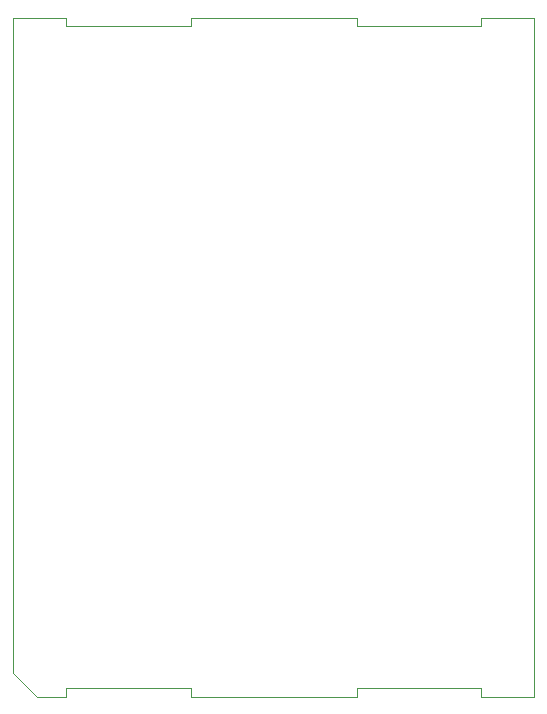
<source format=gbr>
%TF.GenerationSoftware,KiCad,Pcbnew,(6.0.6)*%
%TF.CreationDate,2022-09-06T16:34:49-05:00*%
%TF.ProjectId,etl_module_pcb_mockup_v3p3,65746c5f-6d6f-4647-956c-655f7063625f,rev?*%
%TF.SameCoordinates,Original*%
%TF.FileFunction,Profile,NP*%
%FSLAX46Y46*%
G04 Gerber Fmt 4.6, Leading zero omitted, Abs format (unit mm)*
G04 Created by KiCad (PCBNEW (6.0.6)) date 2022-09-06 16:34:49*
%MOMM*%
%LPD*%
G01*
G04 APERTURE LIST*
%TA.AperFunction,Profile*%
%ADD10C,0.050000*%
%TD*%
G04 APERTURE END LIST*
D10*
X0Y0D02*
X0Y-55500000D01*
X2000000Y-57500000D02*
X0Y-55500000D01*
X15000000Y-56800000D02*
X15000000Y-57500000D01*
X29100000Y-57500000D02*
X15000000Y-57500000D01*
X39600000Y-700000D02*
X29100000Y-700000D01*
X0Y0D02*
X4500000Y0D01*
X4500000Y-57500000D02*
X4500000Y-56800000D01*
X44100000Y-57500000D02*
X39600000Y-57500000D01*
X15000000Y0D02*
X29100000Y0D01*
X39600000Y-56800000D02*
X29100000Y-56800000D01*
X4500000Y-56800000D02*
X15000000Y-56800000D01*
X39600000Y0D02*
X39600000Y-700000D01*
X4500000Y-700000D02*
X15000000Y-700000D01*
X44100000Y0D02*
X44100000Y-57500000D01*
X29100000Y-700000D02*
X29100000Y0D01*
X39600000Y-57500000D02*
X39600000Y-56800000D01*
X15000000Y-700000D02*
X15000000Y0D01*
X29100000Y-56800000D02*
X29100000Y-57500000D01*
X44100000Y0D02*
X39600000Y0D01*
X4500000Y0D02*
X4500000Y-700000D01*
X2000000Y-57500000D02*
X4500000Y-57500000D01*
M02*

</source>
